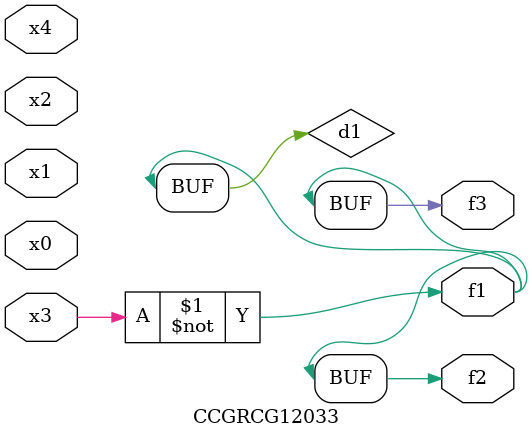
<source format=v>
module CCGRCG12033(
	input x0, x1, x2, x3, x4,
	output f1, f2, f3
);

	wire d1, d2;

	xnor (d1, x3);
	not (d2, x1);
	assign f1 = d1;
	assign f2 = d1;
	assign f3 = d1;
endmodule

</source>
